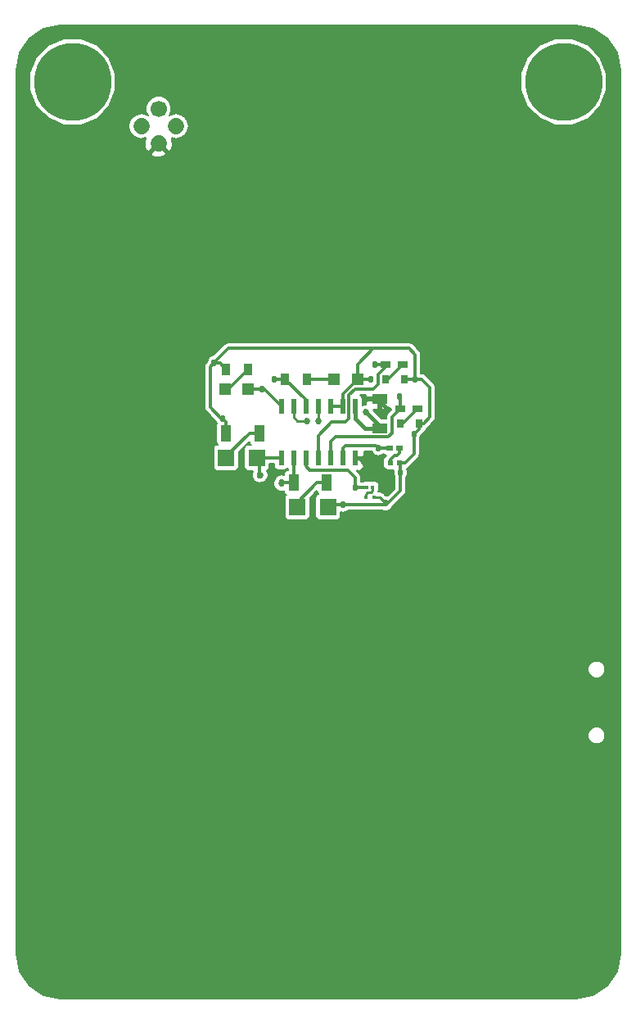
<source format=gtl>
G04 #@! TF.FileFunction,Copper,L1,Top,Signal*
%FSLAX46Y46*%
G04 Gerber Fmt 4.6, Leading zero omitted, Abs format (unit mm)*
G04 Created by KiCad (PCBNEW 4.0.6) date 08/28/18 17:29:03*
%MOMM*%
%LPD*%
G01*
G04 APERTURE LIST*
%ADD10C,0.100000*%
%ADD11R,0.700000X0.600000*%
%ADD12R,0.400000X0.400000*%
%ADD13C,1.700000*%
%ADD14C,1.700000*%
%ADD15C,8.000000*%
%ADD16R,1.300000X1.198880*%
%ADD17R,1.000000X0.797560*%
%ADD18O,0.508000X0.762000*%
%ADD19R,0.900000X1.300000*%
%ADD20R,0.700000X0.900000*%
%ADD21R,0.450000X0.430000*%
%ADD22R,0.600000X0.600000*%
%ADD23R,1.700000X1.800860*%
%ADD24R,1.100000X1.700000*%
%ADD25R,1.600000X1.000000*%
%ADD26R,0.600000X1.500000*%
%ADD27C,0.685800*%
%ADD28C,0.406400*%
%ADD29C,0.304800*%
%ADD30C,0.254000*%
%ADD31C,0.200000*%
G04 APERTURE END LIST*
D10*
D11*
X131564000Y-116586000D03*
X130564000Y-116586000D03*
D12*
X128824000Y-120650000D03*
X128224000Y-120650000D03*
D13*
X106680000Y-81515949D03*
D14*
X108476051Y-83312000D02*
X108476051Y-83312000D01*
X104883949Y-83312000D02*
X104883949Y-83312000D01*
X106680000Y-85108051D02*
X106680000Y-85108051D01*
D15*
X148590000Y-78740000D03*
D16*
X115951000Y-110490000D03*
X113538000Y-110490000D03*
X124841000Y-109474000D03*
X127254000Y-109474000D03*
D17*
X130175000Y-107950000D03*
X131953000Y-107950000D03*
D15*
X97790000Y-78740000D03*
D18*
X119380000Y-120142000D03*
X117094000Y-119380000D03*
X117348000Y-110490000D03*
X118618000Y-109474000D03*
X129032000Y-107950000D03*
X131572000Y-111252000D03*
X129413000Y-116586000D03*
X127000000Y-120650000D03*
X113284000Y-113538000D03*
X112395000Y-107823000D03*
X128651000Y-109474000D03*
X125730000Y-122428000D03*
X133223000Y-109474000D03*
X133096000Y-115189000D03*
X131699000Y-119126000D03*
X130175000Y-122301000D03*
D19*
X115951000Y-108458000D03*
X113665000Y-108458000D03*
X119761000Y-109474000D03*
X122047000Y-109474000D03*
D20*
X130175000Y-109474000D03*
X132080000Y-109474000D03*
D21*
X128124000Y-121666000D03*
X128924000Y-121666000D03*
D17*
X131699000Y-112522000D03*
X133477000Y-112522000D03*
D20*
X131699000Y-114046000D03*
X133604000Y-114046000D03*
D22*
X130664000Y-118110000D03*
X131564000Y-118110000D03*
D23*
X121031000Y-122682000D03*
X124206000Y-122682000D03*
D24*
X120650000Y-120142000D03*
X124079000Y-120142000D03*
D23*
X116840000Y-117602000D03*
X113665000Y-117602000D03*
D24*
X117094000Y-115062000D03*
X113665000Y-115062000D03*
D25*
X129540000Y-114530000D03*
X129540000Y-111530000D03*
D26*
X127000000Y-112235000D03*
X125730000Y-112235000D03*
X124460000Y-112235000D03*
X123190000Y-112235000D03*
X121920000Y-112235000D03*
X120650000Y-112235000D03*
X119380000Y-112235000D03*
X119380000Y-117635000D03*
X120650000Y-117635000D03*
X121920000Y-117635000D03*
X123190000Y-117635000D03*
X124460000Y-117635000D03*
X125730000Y-117635000D03*
X127000000Y-117635000D03*
D27*
X106807000Y-121666000D03*
X130429000Y-112649000D03*
X128143000Y-118364000D03*
X128143000Y-112903000D03*
X117221000Y-119380000D03*
X119380000Y-120269000D03*
X117348000Y-110490000D03*
X123190000Y-113792000D03*
X122047000Y-113792000D03*
D28*
X101600000Y-91966051D02*
X101600000Y-90188051D01*
X106807000Y-121666000D02*
X101600000Y-116459000D01*
X101600000Y-116459000D02*
X101600000Y-91966051D01*
X101600000Y-90188051D02*
X106680000Y-85108051D01*
X130429000Y-112649000D02*
X129540000Y-111760000D01*
X129540000Y-111760000D02*
X129540000Y-111530000D01*
X127000000Y-117635000D02*
X127414000Y-117635000D01*
X127414000Y-117635000D02*
X128143000Y-118364000D01*
X129540000Y-114300000D02*
X128143000Y-112903000D01*
X129540000Y-114300000D02*
X129540000Y-114530000D01*
X127000000Y-112235000D02*
X127000000Y-113538000D01*
X127992000Y-114530000D02*
X129540000Y-114530000D01*
X127000000Y-113538000D02*
X127992000Y-114530000D01*
D29*
X129032000Y-106299000D02*
X113919000Y-106299000D01*
X113919000Y-106299000D02*
X112395000Y-107823000D01*
X112395000Y-107823000D02*
X113030000Y-107823000D01*
X113030000Y-107823000D02*
X113665000Y-108458000D01*
X113284000Y-113538000D02*
X113157000Y-113538000D01*
X113157000Y-113538000D02*
X112014000Y-112395000D01*
X112014000Y-112395000D02*
X112014000Y-108204000D01*
X112014000Y-108204000D02*
X112395000Y-107823000D01*
X113665000Y-115062000D02*
X113665000Y-113919000D01*
X113665000Y-113919000D02*
X113284000Y-113538000D01*
X125730000Y-112235000D02*
X124460000Y-112235000D01*
X133223000Y-109474000D02*
X133858000Y-109474000D01*
X134112000Y-114046000D02*
X133604000Y-114046000D01*
X134747000Y-113411000D02*
X134112000Y-114046000D01*
X134747000Y-110363000D02*
X134747000Y-113411000D01*
X133858000Y-109474000D02*
X134747000Y-110363000D01*
X133223000Y-109474000D02*
X132080000Y-109474000D01*
X127254000Y-109474000D02*
X127254000Y-107950000D01*
X133223000Y-106934000D02*
X133223000Y-109474000D01*
X132588000Y-106299000D02*
X133223000Y-106934000D01*
X128905000Y-106299000D02*
X129032000Y-106299000D01*
X129032000Y-106299000D02*
X132588000Y-106299000D01*
X127254000Y-107950000D02*
X128905000Y-106299000D01*
X127254000Y-109474000D02*
X128651000Y-109474000D01*
X125730000Y-112235000D02*
X125730000Y-110998000D01*
X125730000Y-110998000D02*
X127254000Y-109474000D01*
X125730000Y-122428000D02*
X124333000Y-122555000D01*
X124333000Y-122555000D02*
X124206000Y-122682000D01*
X133096000Y-115189000D02*
X133604000Y-114681000D01*
X133604000Y-114681000D02*
X133604000Y-114046000D01*
X131564000Y-118110000D02*
X132207000Y-118110000D01*
X133096000Y-117221000D02*
X133096000Y-115189000D01*
X132207000Y-118110000D02*
X133096000Y-117221000D01*
X131699000Y-119126000D02*
X131699000Y-118245000D01*
X131699000Y-118245000D02*
X131564000Y-118110000D01*
X130175000Y-122301000D02*
X130429000Y-122301000D01*
X130429000Y-122301000D02*
X131699000Y-121031000D01*
X131699000Y-121031000D02*
X131699000Y-119126000D01*
X125730000Y-122428000D02*
X130048000Y-122428000D01*
X130048000Y-122428000D02*
X130175000Y-122301000D01*
D30*
X128924000Y-121666000D02*
X129540000Y-121666000D01*
X129540000Y-121666000D02*
X130175000Y-122301000D01*
D29*
X113665000Y-117602000D02*
X113665000Y-117475000D01*
X113665000Y-117475000D02*
X116078000Y-115062000D01*
X116078000Y-115062000D02*
X117094000Y-115062000D01*
X113538000Y-110490000D02*
X113919000Y-110490000D01*
X113919000Y-110490000D02*
X115951000Y-108458000D01*
X122047000Y-109474000D02*
X124841000Y-109474000D01*
X117094000Y-119380000D02*
X117094000Y-117856000D01*
X117094000Y-117856000D02*
X116840000Y-117602000D01*
D30*
X117221000Y-119380000D02*
X117094000Y-119380000D01*
D29*
X119380000Y-117635000D02*
X116873000Y-117635000D01*
X116873000Y-117635000D02*
X116840000Y-117602000D01*
D30*
X119380000Y-120269000D02*
X119380000Y-120142000D01*
D29*
X120650000Y-120142000D02*
X119380000Y-120142000D01*
X120650000Y-120142000D02*
X120650000Y-117635000D01*
X117348000Y-110490000D02*
X117635000Y-110490000D01*
X117635000Y-110490000D02*
X119380000Y-112235000D01*
X115951000Y-110490000D02*
X117348000Y-110490000D01*
D30*
X123190000Y-113792000D02*
X123190000Y-112235000D01*
D29*
X130175000Y-109474000D02*
X130429000Y-109474000D01*
X130429000Y-109474000D02*
X131953000Y-107950000D01*
X131699000Y-114046000D02*
X131953000Y-114046000D01*
X131953000Y-114046000D02*
X133477000Y-112522000D01*
X130664000Y-118110000D02*
X130664000Y-117748000D01*
X131564000Y-117102000D02*
X131564000Y-116586000D01*
X131318000Y-117348000D02*
X131564000Y-117102000D01*
X131064000Y-117348000D02*
X131318000Y-117348000D01*
X130664000Y-117748000D02*
X131064000Y-117348000D01*
D30*
X128824000Y-120650000D02*
X128824000Y-120985000D01*
X128124000Y-121304000D02*
X128124000Y-121666000D01*
X128270000Y-121158000D02*
X128124000Y-121304000D01*
X128651000Y-121158000D02*
X128270000Y-121158000D01*
X128824000Y-120985000D02*
X128651000Y-121158000D01*
D29*
X127000000Y-120650000D02*
X128224000Y-120650000D01*
X121920000Y-117635000D02*
X121920000Y-118491000D01*
X127000000Y-119634000D02*
X127000000Y-120650000D01*
X126238000Y-118872000D02*
X127000000Y-119634000D01*
X122301000Y-118872000D02*
X126238000Y-118872000D01*
X121920000Y-118491000D02*
X122301000Y-118872000D01*
X130175000Y-107950000D02*
X130175000Y-108204000D01*
X130175000Y-108204000D02*
X129413000Y-108966000D01*
X123190000Y-115316000D02*
X123190000Y-117635000D01*
X124587000Y-113919000D02*
X123190000Y-115316000D01*
X125984000Y-113919000D02*
X124587000Y-113919000D01*
X126365000Y-113538000D02*
X125984000Y-113919000D01*
X126365000Y-111125000D02*
X126365000Y-113538000D01*
X127000000Y-110490000D02*
X126365000Y-111125000D01*
X128905000Y-110490000D02*
X127000000Y-110490000D01*
X129413000Y-109982000D02*
X128905000Y-110490000D01*
X129413000Y-108966000D02*
X129413000Y-109982000D01*
X130175000Y-107950000D02*
X129032000Y-107950000D01*
X127889000Y-115443000D02*
X130429000Y-115443000D01*
X124460000Y-115951000D02*
X124968000Y-115443000D01*
X124968000Y-115443000D02*
X127889000Y-115443000D01*
X124460000Y-117635000D02*
X124460000Y-115951000D01*
X130810000Y-113411000D02*
X131699000Y-112522000D01*
X130810000Y-115062000D02*
X130810000Y-113411000D01*
X130429000Y-115443000D02*
X130810000Y-115062000D01*
X131699000Y-112522000D02*
X131699000Y-111379000D01*
X131699000Y-111379000D02*
X131572000Y-111252000D01*
D30*
X120650000Y-113411000D02*
X120650000Y-112235000D01*
X121031000Y-113792000D02*
X120650000Y-113411000D01*
X122047000Y-113792000D02*
X121031000Y-113792000D01*
D29*
X129413000Y-116586000D02*
X129159000Y-116332000D01*
X125730000Y-116586000D02*
X125730000Y-117635000D01*
X125984000Y-116332000D02*
X125730000Y-116586000D01*
X129159000Y-116332000D02*
X125984000Y-116332000D01*
X130564000Y-116586000D02*
X129413000Y-116586000D01*
X121031000Y-122682000D02*
X121031000Y-122301000D01*
X121031000Y-122301000D02*
X123063000Y-120142000D01*
X123063000Y-120142000D02*
X124079000Y-120142000D01*
X119761000Y-109474000D02*
X118618000Y-109474000D01*
X121920000Y-112235000D02*
X121920000Y-111633000D01*
X121920000Y-111633000D02*
X119761000Y-109474000D01*
D31*
G36*
X151608942Y-73247682D02*
X153091622Y-74238377D01*
X154082318Y-75721058D01*
X154440000Y-77519247D01*
X154440000Y-168860753D01*
X154082318Y-170658942D01*
X153091622Y-172141623D01*
X151608942Y-173132318D01*
X149810753Y-173490000D01*
X96569247Y-173490000D01*
X94771058Y-173132318D01*
X93288377Y-172141622D01*
X92297682Y-170658942D01*
X91940000Y-168860753D01*
X91940000Y-146453236D01*
X151074844Y-146453236D01*
X151211572Y-146784143D01*
X151464525Y-147037538D01*
X151795194Y-147174843D01*
X152153236Y-147175156D01*
X152484143Y-147038428D01*
X152737538Y-146785475D01*
X152874843Y-146454806D01*
X152875156Y-146096764D01*
X152738428Y-145765857D01*
X152485475Y-145512462D01*
X152154806Y-145375157D01*
X151796764Y-145374844D01*
X151465857Y-145511572D01*
X151212462Y-145764525D01*
X151075157Y-146095194D01*
X151074844Y-146453236D01*
X91940000Y-146453236D01*
X91940000Y-139653236D01*
X151074844Y-139653236D01*
X151211572Y-139984143D01*
X151464525Y-140237538D01*
X151795194Y-140374843D01*
X152153236Y-140375156D01*
X152484143Y-140238428D01*
X152737538Y-139985475D01*
X152874843Y-139654806D01*
X152875156Y-139296764D01*
X152738428Y-138965857D01*
X152485475Y-138712462D01*
X152154806Y-138575157D01*
X151796764Y-138574844D01*
X151465857Y-138711572D01*
X151212462Y-138964525D01*
X151075157Y-139295194D01*
X151074844Y-139653236D01*
X91940000Y-139653236D01*
X91940000Y-108204000D01*
X111411600Y-108204000D01*
X111411600Y-112395000D01*
X111457455Y-112625529D01*
X111588039Y-112820961D01*
X112612687Y-113845609D01*
X112633589Y-113950689D01*
X112691538Y-114037416D01*
X112656184Y-114212000D01*
X112656184Y-115912000D01*
X112687562Y-116078760D01*
X112786117Y-116231919D01*
X112804787Y-116244676D01*
X112648240Y-116274132D01*
X112495081Y-116372687D01*
X112392332Y-116523065D01*
X112356184Y-116701570D01*
X112356184Y-118502430D01*
X112387562Y-118669190D01*
X112486117Y-118822349D01*
X112636495Y-118925098D01*
X112815000Y-118961246D01*
X114515000Y-118961246D01*
X114681760Y-118929868D01*
X114834919Y-118831313D01*
X114937668Y-118680935D01*
X114973816Y-118502430D01*
X114973816Y-117018106D01*
X116085184Y-115906738D01*
X116085184Y-115912000D01*
X116116562Y-116078760D01*
X116215117Y-116231919D01*
X116230975Y-116242754D01*
X115990000Y-116242754D01*
X115823240Y-116274132D01*
X115670081Y-116372687D01*
X115567332Y-116523065D01*
X115531184Y-116701570D01*
X115531184Y-118502430D01*
X115562562Y-118669190D01*
X115661117Y-118822349D01*
X115811495Y-118925098D01*
X115990000Y-118961246D01*
X116447642Y-118961246D01*
X116443589Y-118967311D01*
X116390000Y-119236720D01*
X116390000Y-119523280D01*
X116443589Y-119792689D01*
X116596197Y-120021083D01*
X116824591Y-120173691D01*
X117094000Y-120227280D01*
X117363409Y-120173691D01*
X117364404Y-120173026D01*
X117378026Y-120173038D01*
X117669555Y-120052580D01*
X117892796Y-119829728D01*
X118013762Y-119538410D01*
X118014038Y-119222974D01*
X117893580Y-118931445D01*
X117878220Y-118916059D01*
X118009919Y-118831313D01*
X118112668Y-118680935D01*
X118148816Y-118502430D01*
X118148816Y-118237400D01*
X118621184Y-118237400D01*
X118621184Y-118385000D01*
X118652562Y-118551760D01*
X118751117Y-118704919D01*
X118901495Y-118807668D01*
X119080000Y-118843816D01*
X119680000Y-118843816D01*
X119846760Y-118812438D01*
X119999919Y-118713883D01*
X120013806Y-118693558D01*
X120021117Y-118704919D01*
X120047600Y-118723014D01*
X120047600Y-118843044D01*
X119933240Y-118864562D01*
X119780081Y-118963117D01*
X119677332Y-119113495D01*
X119641184Y-119292000D01*
X119641184Y-119346673D01*
X119380000Y-119294720D01*
X119110591Y-119348309D01*
X118882197Y-119500917D01*
X118729589Y-119729311D01*
X118712559Y-119814924D01*
X118708204Y-119819272D01*
X118587238Y-120110590D01*
X118586962Y-120426026D01*
X118707420Y-120717555D01*
X118930272Y-120940796D01*
X119221590Y-121061762D01*
X119537026Y-121062038D01*
X119645898Y-121017053D01*
X119672562Y-121158760D01*
X119771117Y-121311919D01*
X119920850Y-121414227D01*
X119861081Y-121452687D01*
X119758332Y-121603065D01*
X119722184Y-121781570D01*
X119722184Y-123582430D01*
X119753562Y-123749190D01*
X119852117Y-123902349D01*
X120002495Y-124005098D01*
X120181000Y-124041246D01*
X121881000Y-124041246D01*
X122047760Y-124009868D01*
X122200919Y-123911313D01*
X122303668Y-123760935D01*
X122339816Y-123582430D01*
X122339816Y-121789332D01*
X123073527Y-121009764D01*
X123101562Y-121158760D01*
X123200117Y-121311919D01*
X123246209Y-121343413D01*
X123189240Y-121354132D01*
X123036081Y-121452687D01*
X122933332Y-121603065D01*
X122897184Y-121781570D01*
X122897184Y-123582430D01*
X122928562Y-123749190D01*
X123027117Y-123902349D01*
X123177495Y-124005098D01*
X123356000Y-124041246D01*
X125056000Y-124041246D01*
X125222760Y-124009868D01*
X125375919Y-123911313D01*
X125478668Y-123760935D01*
X125514816Y-123582430D01*
X125514816Y-123232477D01*
X125730000Y-123275280D01*
X125999409Y-123221691D01*
X126227803Y-123069083D01*
X126253650Y-123030400D01*
X129809373Y-123030400D01*
X129905591Y-123094691D01*
X130175000Y-123148280D01*
X130444409Y-123094691D01*
X130672803Y-122942083D01*
X130785556Y-122773336D01*
X130854961Y-122726961D01*
X132124961Y-121456961D01*
X132255544Y-121261529D01*
X132255545Y-121261528D01*
X132301400Y-121031000D01*
X132301400Y-119610543D01*
X132349411Y-119538689D01*
X132403000Y-119269280D01*
X132403000Y-118982720D01*
X132349411Y-118713311D01*
X132332167Y-118687503D01*
X132437529Y-118666545D01*
X132632961Y-118535961D01*
X133521961Y-117646961D01*
X133652545Y-117451529D01*
X133698400Y-117221000D01*
X133698400Y-115673543D01*
X133746411Y-115601689D01*
X133798847Y-115338075D01*
X134029961Y-115106961D01*
X134129178Y-114958472D01*
X134160545Y-114911528D01*
X134163668Y-114895827D01*
X134273919Y-114824883D01*
X134376668Y-114674505D01*
X134398863Y-114564904D01*
X134537961Y-114471961D01*
X135172961Y-113836961D01*
X135303545Y-113641529D01*
X135349400Y-113411000D01*
X135349400Y-110363000D01*
X135325713Y-110243919D01*
X135303545Y-110132471D01*
X135172961Y-109937039D01*
X134283961Y-109048039D01*
X134088529Y-108917455D01*
X133858000Y-108871600D01*
X133825400Y-108871600D01*
X133825400Y-106934000D01*
X133809794Y-106855545D01*
X133779545Y-106703471D01*
X133648961Y-106508039D01*
X133013961Y-105873039D01*
X132818529Y-105742455D01*
X132588000Y-105696600D01*
X113919000Y-105696600D01*
X113688472Y-105742455D01*
X113688470Y-105742456D01*
X113688471Y-105742456D01*
X113493039Y-105873039D01*
X112389205Y-106976873D01*
X112125591Y-107029309D01*
X111897197Y-107181917D01*
X111744589Y-107410311D01*
X111692153Y-107673925D01*
X111588039Y-107778039D01*
X111457455Y-107973471D01*
X111433624Y-108093280D01*
X111411600Y-108204000D01*
X91940000Y-108204000D01*
X91940000Y-86133984D01*
X105871855Y-86133984D01*
X105952392Y-86371519D01*
X106301089Y-86515966D01*
X106868718Y-86553798D01*
X107407616Y-86371528D01*
X107488828Y-86134668D01*
X106680000Y-85325840D01*
X105871855Y-86133984D01*
X91940000Y-86133984D01*
X91940000Y-83330009D01*
X103565940Y-83330009D01*
X103664897Y-83827498D01*
X103946701Y-84249248D01*
X104368451Y-84531052D01*
X104865940Y-84630009D01*
X105363429Y-84531052D01*
X105366208Y-84529195D01*
X105234253Y-84919333D01*
X105272085Y-85486962D01*
X105416532Y-85835659D01*
X105654067Y-85916196D01*
X106462211Y-85108051D01*
X106448069Y-85093909D01*
X106665858Y-84876120D01*
X106680000Y-84890262D01*
X106694142Y-84876120D01*
X106911931Y-85093909D01*
X106897789Y-85108051D01*
X107706617Y-85916879D01*
X107943477Y-85835667D01*
X108125747Y-85296769D01*
X108087915Y-84729140D01*
X108009926Y-84540873D01*
X108458042Y-84630009D01*
X108955531Y-84531052D01*
X109377281Y-84249248D01*
X109413299Y-84213230D01*
X109695103Y-83791480D01*
X109794060Y-83293991D01*
X109695103Y-82796503D01*
X109413299Y-82374752D01*
X108991548Y-82092948D01*
X108494060Y-81993991D01*
X107996571Y-82092948D01*
X107790990Y-82230313D01*
X107979774Y-81775670D01*
X107980226Y-81258497D01*
X107782729Y-80780520D01*
X107417353Y-80414505D01*
X106939721Y-80216175D01*
X106422548Y-80215723D01*
X105944571Y-80413220D01*
X105578556Y-80778596D01*
X105380226Y-81256228D01*
X105379774Y-81773401D01*
X105554662Y-82196659D01*
X105399446Y-82092948D01*
X104901958Y-81993991D01*
X104404469Y-82092948D01*
X103982719Y-82374752D01*
X103946701Y-82410770D01*
X103664897Y-82832520D01*
X103565940Y-83330009D01*
X91940000Y-83330009D01*
X91940000Y-79621276D01*
X93339229Y-79621276D01*
X94015274Y-81257430D01*
X95265986Y-82510327D01*
X96900957Y-83189226D01*
X98671276Y-83190771D01*
X100307430Y-82514726D01*
X101560327Y-81264014D01*
X102239226Y-79629043D01*
X102239232Y-79621276D01*
X144139229Y-79621276D01*
X144815274Y-81257430D01*
X146065986Y-82510327D01*
X147700957Y-83189226D01*
X149471276Y-83190771D01*
X151107430Y-82514726D01*
X152360327Y-81264014D01*
X153039226Y-79629043D01*
X153040771Y-77858724D01*
X152364726Y-76222570D01*
X151114014Y-74969673D01*
X149479043Y-74290774D01*
X147708724Y-74289229D01*
X146072570Y-74965274D01*
X144819673Y-76215986D01*
X144140774Y-77850957D01*
X144139229Y-79621276D01*
X102239232Y-79621276D01*
X102240771Y-77858724D01*
X101564726Y-76222570D01*
X100314014Y-74969673D01*
X98679043Y-74290774D01*
X96908724Y-74289229D01*
X95272570Y-74965274D01*
X94019673Y-76215986D01*
X93340774Y-77850957D01*
X93339229Y-79621276D01*
X91940000Y-79621276D01*
X91940000Y-77519247D01*
X92297682Y-75721058D01*
X93288377Y-74238378D01*
X94771058Y-73247682D01*
X96569247Y-72890000D01*
X149810753Y-72890000D01*
X151608942Y-73247682D01*
X151608942Y-73247682D01*
G37*
X151608942Y-73247682D02*
X153091622Y-74238377D01*
X154082318Y-75721058D01*
X154440000Y-77519247D01*
X154440000Y-168860753D01*
X154082318Y-170658942D01*
X153091622Y-172141623D01*
X151608942Y-173132318D01*
X149810753Y-173490000D01*
X96569247Y-173490000D01*
X94771058Y-173132318D01*
X93288377Y-172141622D01*
X92297682Y-170658942D01*
X91940000Y-168860753D01*
X91940000Y-146453236D01*
X151074844Y-146453236D01*
X151211572Y-146784143D01*
X151464525Y-147037538D01*
X151795194Y-147174843D01*
X152153236Y-147175156D01*
X152484143Y-147038428D01*
X152737538Y-146785475D01*
X152874843Y-146454806D01*
X152875156Y-146096764D01*
X152738428Y-145765857D01*
X152485475Y-145512462D01*
X152154806Y-145375157D01*
X151796764Y-145374844D01*
X151465857Y-145511572D01*
X151212462Y-145764525D01*
X151075157Y-146095194D01*
X151074844Y-146453236D01*
X91940000Y-146453236D01*
X91940000Y-139653236D01*
X151074844Y-139653236D01*
X151211572Y-139984143D01*
X151464525Y-140237538D01*
X151795194Y-140374843D01*
X152153236Y-140375156D01*
X152484143Y-140238428D01*
X152737538Y-139985475D01*
X152874843Y-139654806D01*
X152875156Y-139296764D01*
X152738428Y-138965857D01*
X152485475Y-138712462D01*
X152154806Y-138575157D01*
X151796764Y-138574844D01*
X151465857Y-138711572D01*
X151212462Y-138964525D01*
X151075157Y-139295194D01*
X151074844Y-139653236D01*
X91940000Y-139653236D01*
X91940000Y-108204000D01*
X111411600Y-108204000D01*
X111411600Y-112395000D01*
X111457455Y-112625529D01*
X111588039Y-112820961D01*
X112612687Y-113845609D01*
X112633589Y-113950689D01*
X112691538Y-114037416D01*
X112656184Y-114212000D01*
X112656184Y-115912000D01*
X112687562Y-116078760D01*
X112786117Y-116231919D01*
X112804787Y-116244676D01*
X112648240Y-116274132D01*
X112495081Y-116372687D01*
X112392332Y-116523065D01*
X112356184Y-116701570D01*
X112356184Y-118502430D01*
X112387562Y-118669190D01*
X112486117Y-118822349D01*
X112636495Y-118925098D01*
X112815000Y-118961246D01*
X114515000Y-118961246D01*
X114681760Y-118929868D01*
X114834919Y-118831313D01*
X114937668Y-118680935D01*
X114973816Y-118502430D01*
X114973816Y-117018106D01*
X116085184Y-115906738D01*
X116085184Y-115912000D01*
X116116562Y-116078760D01*
X116215117Y-116231919D01*
X116230975Y-116242754D01*
X115990000Y-116242754D01*
X115823240Y-116274132D01*
X115670081Y-116372687D01*
X115567332Y-116523065D01*
X115531184Y-116701570D01*
X115531184Y-118502430D01*
X115562562Y-118669190D01*
X115661117Y-118822349D01*
X115811495Y-118925098D01*
X115990000Y-118961246D01*
X116447642Y-118961246D01*
X116443589Y-118967311D01*
X116390000Y-119236720D01*
X116390000Y-119523280D01*
X116443589Y-119792689D01*
X116596197Y-120021083D01*
X116824591Y-120173691D01*
X117094000Y-120227280D01*
X117363409Y-120173691D01*
X117364404Y-120173026D01*
X117378026Y-120173038D01*
X117669555Y-120052580D01*
X117892796Y-119829728D01*
X118013762Y-119538410D01*
X118014038Y-119222974D01*
X117893580Y-118931445D01*
X117878220Y-118916059D01*
X118009919Y-118831313D01*
X118112668Y-118680935D01*
X118148816Y-118502430D01*
X118148816Y-118237400D01*
X118621184Y-118237400D01*
X118621184Y-118385000D01*
X118652562Y-118551760D01*
X118751117Y-118704919D01*
X118901495Y-118807668D01*
X119080000Y-118843816D01*
X119680000Y-118843816D01*
X119846760Y-118812438D01*
X119999919Y-118713883D01*
X120013806Y-118693558D01*
X120021117Y-118704919D01*
X120047600Y-118723014D01*
X120047600Y-118843044D01*
X119933240Y-118864562D01*
X119780081Y-118963117D01*
X119677332Y-119113495D01*
X119641184Y-119292000D01*
X119641184Y-119346673D01*
X119380000Y-119294720D01*
X119110591Y-119348309D01*
X118882197Y-119500917D01*
X118729589Y-119729311D01*
X118712559Y-119814924D01*
X118708204Y-119819272D01*
X118587238Y-120110590D01*
X118586962Y-120426026D01*
X118707420Y-120717555D01*
X118930272Y-120940796D01*
X119221590Y-121061762D01*
X119537026Y-121062038D01*
X119645898Y-121017053D01*
X119672562Y-121158760D01*
X119771117Y-121311919D01*
X119920850Y-121414227D01*
X119861081Y-121452687D01*
X119758332Y-121603065D01*
X119722184Y-121781570D01*
X119722184Y-123582430D01*
X119753562Y-123749190D01*
X119852117Y-123902349D01*
X120002495Y-124005098D01*
X120181000Y-124041246D01*
X121881000Y-124041246D01*
X122047760Y-124009868D01*
X122200919Y-123911313D01*
X122303668Y-123760935D01*
X122339816Y-123582430D01*
X122339816Y-121789332D01*
X123073527Y-121009764D01*
X123101562Y-121158760D01*
X123200117Y-121311919D01*
X123246209Y-121343413D01*
X123189240Y-121354132D01*
X123036081Y-121452687D01*
X122933332Y-121603065D01*
X122897184Y-121781570D01*
X122897184Y-123582430D01*
X122928562Y-123749190D01*
X123027117Y-123902349D01*
X123177495Y-124005098D01*
X123356000Y-124041246D01*
X125056000Y-124041246D01*
X125222760Y-124009868D01*
X125375919Y-123911313D01*
X125478668Y-123760935D01*
X125514816Y-123582430D01*
X125514816Y-123232477D01*
X125730000Y-123275280D01*
X125999409Y-123221691D01*
X126227803Y-123069083D01*
X126253650Y-123030400D01*
X129809373Y-123030400D01*
X129905591Y-123094691D01*
X130175000Y-123148280D01*
X130444409Y-123094691D01*
X130672803Y-122942083D01*
X130785556Y-122773336D01*
X130854961Y-122726961D01*
X132124961Y-121456961D01*
X132255544Y-121261529D01*
X132255545Y-121261528D01*
X132301400Y-121031000D01*
X132301400Y-119610543D01*
X132349411Y-119538689D01*
X132403000Y-119269280D01*
X132403000Y-118982720D01*
X132349411Y-118713311D01*
X132332167Y-118687503D01*
X132437529Y-118666545D01*
X132632961Y-118535961D01*
X133521961Y-117646961D01*
X133652545Y-117451529D01*
X133698400Y-117221000D01*
X133698400Y-115673543D01*
X133746411Y-115601689D01*
X133798847Y-115338075D01*
X134029961Y-115106961D01*
X134129178Y-114958472D01*
X134160545Y-114911528D01*
X134163668Y-114895827D01*
X134273919Y-114824883D01*
X134376668Y-114674505D01*
X134398863Y-114564904D01*
X134537961Y-114471961D01*
X135172961Y-113836961D01*
X135303545Y-113641529D01*
X135349400Y-113411000D01*
X135349400Y-110363000D01*
X135325713Y-110243919D01*
X135303545Y-110132471D01*
X135172961Y-109937039D01*
X134283961Y-109048039D01*
X134088529Y-108917455D01*
X133858000Y-108871600D01*
X133825400Y-108871600D01*
X133825400Y-106934000D01*
X133809794Y-106855545D01*
X133779545Y-106703471D01*
X133648961Y-106508039D01*
X133013961Y-105873039D01*
X132818529Y-105742455D01*
X132588000Y-105696600D01*
X113919000Y-105696600D01*
X113688472Y-105742455D01*
X113688470Y-105742456D01*
X113688471Y-105742456D01*
X113493039Y-105873039D01*
X112389205Y-106976873D01*
X112125591Y-107029309D01*
X111897197Y-107181917D01*
X111744589Y-107410311D01*
X111692153Y-107673925D01*
X111588039Y-107778039D01*
X111457455Y-107973471D01*
X111433624Y-108093280D01*
X111411600Y-108204000D01*
X91940000Y-108204000D01*
X91940000Y-86133984D01*
X105871855Y-86133984D01*
X105952392Y-86371519D01*
X106301089Y-86515966D01*
X106868718Y-86553798D01*
X107407616Y-86371528D01*
X107488828Y-86134668D01*
X106680000Y-85325840D01*
X105871855Y-86133984D01*
X91940000Y-86133984D01*
X91940000Y-83330009D01*
X103565940Y-83330009D01*
X103664897Y-83827498D01*
X103946701Y-84249248D01*
X104368451Y-84531052D01*
X104865940Y-84630009D01*
X105363429Y-84531052D01*
X105366208Y-84529195D01*
X105234253Y-84919333D01*
X105272085Y-85486962D01*
X105416532Y-85835659D01*
X105654067Y-85916196D01*
X106462211Y-85108051D01*
X106448069Y-85093909D01*
X106665858Y-84876120D01*
X106680000Y-84890262D01*
X106694142Y-84876120D01*
X106911931Y-85093909D01*
X106897789Y-85108051D01*
X107706617Y-85916879D01*
X107943477Y-85835667D01*
X108125747Y-85296769D01*
X108087915Y-84729140D01*
X108009926Y-84540873D01*
X108458042Y-84630009D01*
X108955531Y-84531052D01*
X109377281Y-84249248D01*
X109413299Y-84213230D01*
X109695103Y-83791480D01*
X109794060Y-83293991D01*
X109695103Y-82796503D01*
X109413299Y-82374752D01*
X108991548Y-82092948D01*
X108494060Y-81993991D01*
X107996571Y-82092948D01*
X107790990Y-82230313D01*
X107979774Y-81775670D01*
X107980226Y-81258497D01*
X107782729Y-80780520D01*
X107417353Y-80414505D01*
X106939721Y-80216175D01*
X106422548Y-80215723D01*
X105944571Y-80413220D01*
X105578556Y-80778596D01*
X105380226Y-81256228D01*
X105379774Y-81773401D01*
X105554662Y-82196659D01*
X105399446Y-82092948D01*
X104901958Y-81993991D01*
X104404469Y-82092948D01*
X103982719Y-82374752D01*
X103946701Y-82410770D01*
X103664897Y-82832520D01*
X103565940Y-83330009D01*
X91940000Y-83330009D01*
X91940000Y-79621276D01*
X93339229Y-79621276D01*
X94015274Y-81257430D01*
X95265986Y-82510327D01*
X96900957Y-83189226D01*
X98671276Y-83190771D01*
X100307430Y-82514726D01*
X101560327Y-81264014D01*
X102239226Y-79629043D01*
X102239232Y-79621276D01*
X144139229Y-79621276D01*
X144815274Y-81257430D01*
X146065986Y-82510327D01*
X147700957Y-83189226D01*
X149471276Y-83190771D01*
X151107430Y-82514726D01*
X152360327Y-81264014D01*
X153039226Y-79629043D01*
X153040771Y-77858724D01*
X152364726Y-76222570D01*
X151114014Y-74969673D01*
X149479043Y-74290774D01*
X147708724Y-74289229D01*
X146072570Y-74965274D01*
X144819673Y-76215986D01*
X144140774Y-77850957D01*
X144139229Y-79621276D01*
X102239232Y-79621276D01*
X102240771Y-77858724D01*
X101564726Y-76222570D01*
X100314014Y-74969673D01*
X98679043Y-74290774D01*
X96908724Y-74289229D01*
X95272570Y-74965274D01*
X94019673Y-76215986D01*
X93340774Y-77850957D01*
X93339229Y-79621276D01*
X91940000Y-79621276D01*
X91940000Y-77519247D01*
X92297682Y-75721058D01*
X93288377Y-74238378D01*
X94771058Y-73247682D01*
X96569247Y-72890000D01*
X149810753Y-72890000D01*
X151608942Y-73247682D01*
G36*
X128762589Y-116998689D02*
X128915197Y-117227083D01*
X129143591Y-117379691D01*
X129413000Y-117433280D01*
X129682409Y-117379691D01*
X129910803Y-117227083D01*
X129912461Y-117224602D01*
X130035495Y-117308668D01*
X130214000Y-117344816D01*
X130222820Y-117344816D01*
X130197650Y-117382485D01*
X130197240Y-117382562D01*
X130044081Y-117481117D01*
X129941332Y-117631495D01*
X129905184Y-117810000D01*
X129905184Y-118410000D01*
X129936562Y-118576760D01*
X130035117Y-118729919D01*
X130185495Y-118832668D01*
X130364000Y-118868816D01*
X130964000Y-118868816D01*
X131019743Y-118858327D01*
X130995000Y-118982720D01*
X130995000Y-119269280D01*
X131048589Y-119538689D01*
X131096600Y-119610543D01*
X131096600Y-120781478D01*
X130382987Y-121495091D01*
X130175000Y-121453720D01*
X130148911Y-121458909D01*
X129948001Y-121257999D01*
X129760808Y-121132922D01*
X129540000Y-121088999D01*
X129539995Y-121089000D01*
X129416295Y-121089000D01*
X129408822Y-121083894D01*
X129446668Y-121028505D01*
X129482816Y-120850000D01*
X129482816Y-120450000D01*
X129451438Y-120283240D01*
X129352883Y-120130081D01*
X129202505Y-120027332D01*
X129024000Y-119991184D01*
X128624000Y-119991184D01*
X128520329Y-120010691D01*
X128424000Y-119991184D01*
X128024000Y-119991184D01*
X127857240Y-120022562D01*
X127818330Y-120047600D01*
X127602400Y-120047600D01*
X127602400Y-119634000D01*
X127570964Y-119475962D01*
X127556545Y-119403471D01*
X127425961Y-119208039D01*
X127154002Y-118936080D01*
X127154002Y-118845002D01*
X127302000Y-118993000D01*
X127420938Y-118993000D01*
X127644404Y-118900438D01*
X127815437Y-118729405D01*
X127908000Y-118505939D01*
X127908000Y-117941000D01*
X127756000Y-117789000D01*
X127150000Y-117789000D01*
X127150000Y-117809000D01*
X126850000Y-117809000D01*
X126850000Y-117789000D01*
X126826000Y-117789000D01*
X126826000Y-117481000D01*
X126850000Y-117481000D01*
X126850000Y-117461000D01*
X127150000Y-117461000D01*
X127150000Y-117481000D01*
X127756000Y-117481000D01*
X127908000Y-117329000D01*
X127908000Y-116934400D01*
X128749801Y-116934400D01*
X128762589Y-116998689D01*
X128762589Y-116998689D01*
G37*
X128762589Y-116998689D02*
X128915197Y-117227083D01*
X129143591Y-117379691D01*
X129413000Y-117433280D01*
X129682409Y-117379691D01*
X129910803Y-117227083D01*
X129912461Y-117224602D01*
X130035495Y-117308668D01*
X130214000Y-117344816D01*
X130222820Y-117344816D01*
X130197650Y-117382485D01*
X130197240Y-117382562D01*
X130044081Y-117481117D01*
X129941332Y-117631495D01*
X129905184Y-117810000D01*
X129905184Y-118410000D01*
X129936562Y-118576760D01*
X130035117Y-118729919D01*
X130185495Y-118832668D01*
X130364000Y-118868816D01*
X130964000Y-118868816D01*
X131019743Y-118858327D01*
X130995000Y-118982720D01*
X130995000Y-119269280D01*
X131048589Y-119538689D01*
X131096600Y-119610543D01*
X131096600Y-120781478D01*
X130382987Y-121495091D01*
X130175000Y-121453720D01*
X130148911Y-121458909D01*
X129948001Y-121257999D01*
X129760808Y-121132922D01*
X129540000Y-121088999D01*
X129539995Y-121089000D01*
X129416295Y-121089000D01*
X129408822Y-121083894D01*
X129446668Y-121028505D01*
X129482816Y-120850000D01*
X129482816Y-120450000D01*
X129451438Y-120283240D01*
X129352883Y-120130081D01*
X129202505Y-120027332D01*
X129024000Y-119991184D01*
X128624000Y-119991184D01*
X128520329Y-120010691D01*
X128424000Y-119991184D01*
X128024000Y-119991184D01*
X127857240Y-120022562D01*
X127818330Y-120047600D01*
X127602400Y-120047600D01*
X127602400Y-119634000D01*
X127570964Y-119475962D01*
X127556545Y-119403471D01*
X127425961Y-119208039D01*
X127154002Y-118936080D01*
X127154002Y-118845002D01*
X127302000Y-118993000D01*
X127420938Y-118993000D01*
X127644404Y-118900438D01*
X127815437Y-118729405D01*
X127908000Y-118505939D01*
X127908000Y-117941000D01*
X127756000Y-117789000D01*
X127150000Y-117789000D01*
X127150000Y-117809000D01*
X126850000Y-117809000D01*
X126850000Y-117789000D01*
X126826000Y-117789000D01*
X126826000Y-117481000D01*
X126850000Y-117481000D01*
X126850000Y-117461000D01*
X127150000Y-117461000D01*
X127150000Y-117481000D01*
X127756000Y-117481000D01*
X127908000Y-117329000D01*
X127908000Y-116934400D01*
X128749801Y-116934400D01*
X128762589Y-116998689D01*
G36*
X128132000Y-111224000D02*
X128284000Y-111376000D01*
X129386000Y-111376000D01*
X129386000Y-111356000D01*
X129694000Y-111356000D01*
X129694000Y-111376000D01*
X129714000Y-111376000D01*
X129714000Y-111684000D01*
X129694000Y-111684000D01*
X129694000Y-112486000D01*
X129846000Y-112638000D01*
X130460938Y-112638000D01*
X130684404Y-112545438D01*
X130740184Y-112489658D01*
X130740184Y-112628894D01*
X130384039Y-112985039D01*
X130253455Y-113180471D01*
X130246587Y-113215000D01*
X130207600Y-113411000D01*
X130207600Y-113571184D01*
X129734948Y-113571184D01*
X128936015Y-112772251D01*
X128936038Y-112745974D01*
X128891424Y-112638000D01*
X129234000Y-112638000D01*
X129386000Y-112486000D01*
X129386000Y-111684000D01*
X128284000Y-111684000D01*
X128132000Y-111836000D01*
X128132000Y-112110090D01*
X127985974Y-112109962D01*
X127758816Y-112203822D01*
X127758816Y-111485000D01*
X127727438Y-111318240D01*
X127628883Y-111165081D01*
X127522511Y-111092400D01*
X128132000Y-111092400D01*
X128132000Y-111224000D01*
X128132000Y-111224000D01*
G37*
X128132000Y-111224000D02*
X128284000Y-111376000D01*
X129386000Y-111376000D01*
X129386000Y-111356000D01*
X129694000Y-111356000D01*
X129694000Y-111376000D01*
X129714000Y-111376000D01*
X129714000Y-111684000D01*
X129694000Y-111684000D01*
X129694000Y-112486000D01*
X129846000Y-112638000D01*
X130460938Y-112638000D01*
X130684404Y-112545438D01*
X130740184Y-112489658D01*
X130740184Y-112628894D01*
X130384039Y-112985039D01*
X130253455Y-113180471D01*
X130246587Y-113215000D01*
X130207600Y-113411000D01*
X130207600Y-113571184D01*
X129734948Y-113571184D01*
X128936015Y-112772251D01*
X128936038Y-112745974D01*
X128891424Y-112638000D01*
X129234000Y-112638000D01*
X129386000Y-112486000D01*
X129386000Y-111684000D01*
X128284000Y-111684000D01*
X128132000Y-111836000D01*
X128132000Y-112110090D01*
X127985974Y-112109962D01*
X127758816Y-112203822D01*
X127758816Y-111485000D01*
X127727438Y-111318240D01*
X127628883Y-111165081D01*
X127522511Y-111092400D01*
X128132000Y-111092400D01*
X128132000Y-111224000D01*
M02*

</source>
